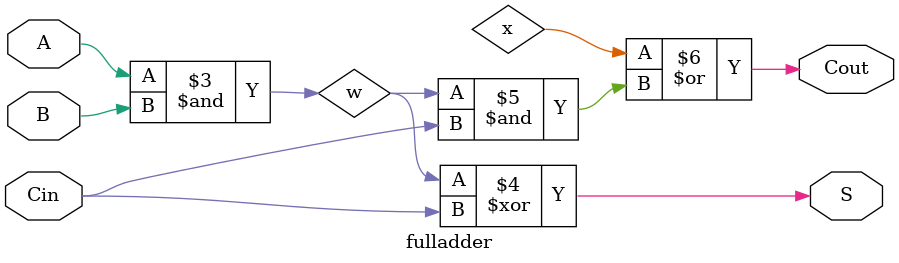
<source format=sv>
module fulladder(
                                input logic Cin,A,B,
                                output logic S,Cout
);
                logic w,x;
                always_comb
                begin
                   w=A^B;
                                w=A&B;
                                S=w^Cin;
                                Cout=x|(w&Cin);
end                       
endmodule
</source>
